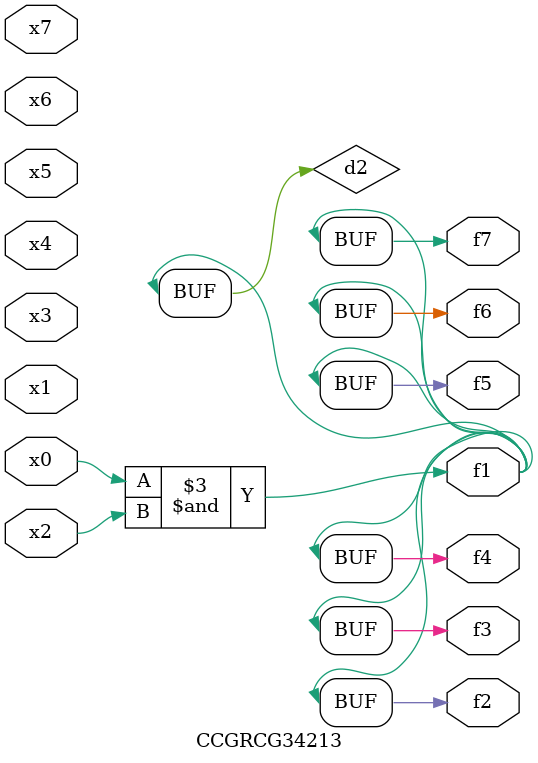
<source format=v>
module CCGRCG34213(
	input x0, x1, x2, x3, x4, x5, x6, x7,
	output f1, f2, f3, f4, f5, f6, f7
);

	wire d1, d2;

	nor (d1, x3, x6);
	and (d2, x0, x2);
	assign f1 = d2;
	assign f2 = d2;
	assign f3 = d2;
	assign f4 = d2;
	assign f5 = d2;
	assign f6 = d2;
	assign f7 = d2;
endmodule

</source>
